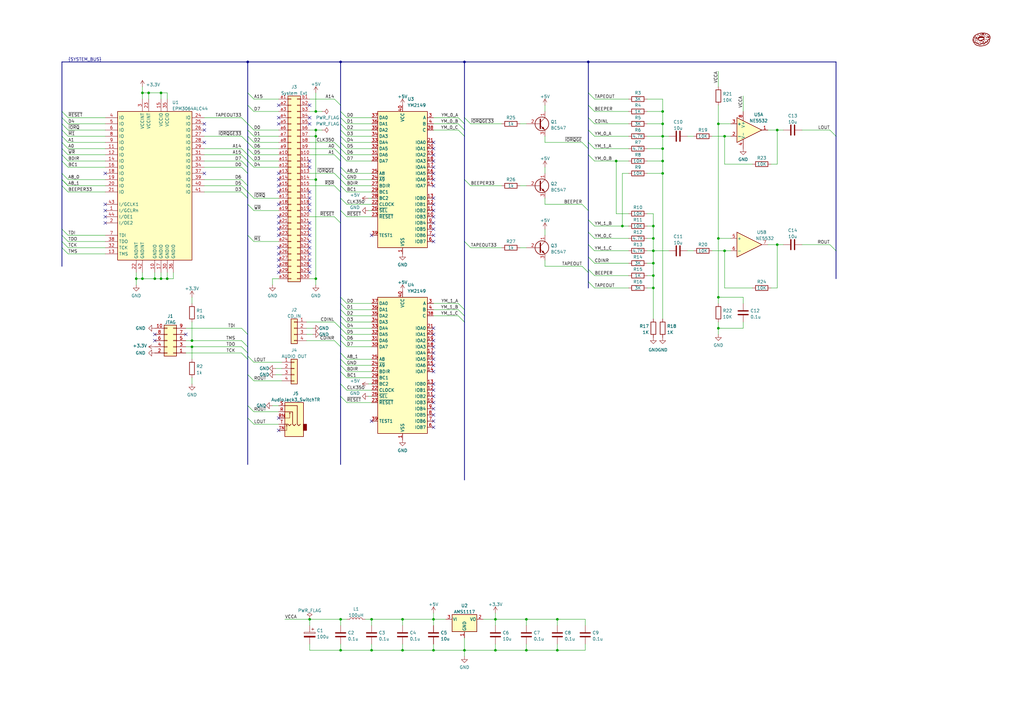
<source format=kicad_sch>
(kicad_sch (version 20211123) (generator eeschema)
  (paper "A3")
  (title_block (title "TurboSound Extension Card EPM3032") (date "2022-10-21") (rev "1.0") (company "ponchick") (comment 1 "Original schematic and firmware by MikhaelK") (comment 2 "https://bitbucket.org/MikhaelK/double_ay_epm3032/src/master/"))
  (bus_alias "SYSTEM_BUS" (members "D[0..7]" "A13" "A15" "~{IORQ}" "~{WR}" "~{M1}" "~{RESET}" "CLK350" "A0" "A1" "~{IORQGE33}" "~{RDR}" "TDI" "TDO" "TCK" "TMS" "BEEPER" "TAPEOUT" "A14" "IOGE_C" "YM_0_A" "YM_0_B" "YM_0_C" "YM_1_A" "YM_1_B" "YM_1_C" "BC1" "BDIR" "A8_0" "A8_1" "BEEPER33" "TAPEOUT33" "~{IORQGE}" "LOUT" "ROUT" "CDINR" "CDINL"))
  (junction (at 129.54 73.66))
  (junction (at 267.97 102.87))
  (junction (at 297.18 55.88))
  (junction (at 190.5 266.7))
  (junction (at 271.78 45.72))
  (junction (at 68.58 114.3))
  (junction (at 129.54 114.3))
  (junction (at 267.97 107.95))
  (junction (at 101.6 25.4))
  (junction (at 55.88 114.3))
  (junction (at 241.3 25.4))
  (junction (at 252.73 66.04))
  (junction (at 294.64 97.79))
  (junction (at 139.7 25.4))
  (junction (at 63.5 114.3))
  (junction (at 228.6 266.7))
  (junction (at 318.77 53.34))
  (junction (at 297.18 102.87))
  (junction (at 139.7 266.7))
  (junction (at 58.42 114.3))
  (junction (at 215.9 266.7))
  (junction (at 127 254))
  (junction (at 152.4 266.7))
  (junction (at 177.8 254))
  (junction (at 58.42 38.1))
  (junction (at 203.2 254))
  (junction (at 255.27 92.71))
  (junction (at 271.78 71.12))
  (junction (at 271.78 66.04))
  (junction (at 267.97 113.03))
  (junction (at 129.54 53.34))
  (junction (at 78.74 139.7))
  (junction (at 228.6 254))
  (junction (at 294.64 50.8))
  (junction (at 60.96 38.1))
  (junction (at 267.97 97.79))
  (junction (at 190.5 25.4))
  (junction (at 271.78 50.8))
  (junction (at 165.1 266.7))
  (junction (at 215.9 254))
  (junction (at 129.54 45.72))
  (junction (at 78.74 142.24))
  (junction (at 271.78 60.96))
  (junction (at 267.97 118.11))
  (junction (at 294.64 134.62))
  (junction (at 203.2 266.7))
  (junction (at 177.8 266.7))
  (junction (at 318.77 100.33))
  (junction (at 294.64 121.92))
  (junction (at 267.97 92.71))
  (junction (at 129.54 55.88))
  (junction (at 271.78 55.88))
  (junction (at 165.1 254))
  (junction (at 66.04 38.1))
  (junction (at 139.7 254))
  (junction (at 66.04 114.3))
  (junction (at 152.4 254))
  (no_connect (at 177.8 147.32))
  (no_connect (at 177.8 142.24))
  (no_connect (at 127 86.36))
  (no_connect (at 63.5 137.16))
  (no_connect (at 177.8 162.56))
  (no_connect (at 177.8 160.02))
  (no_connect (at 177.8 134.62))
  (no_connect (at 114.3 50.8))
  (no_connect (at 83.82 50.8))
  (no_connect (at 177.8 73.66))
  (no_connect (at 127 81.28))
  (no_connect (at 177.8 83.82))
  (no_connect (at 127 43.18))
  (no_connect (at 177.8 137.16))
  (no_connect (at 114.3 43.18))
  (no_connect (at 177.8 172.72))
  (no_connect (at 127 83.82))
  (no_connect (at 114.3 96.52))
  (no_connect (at 177.8 93.98))
  (no_connect (at 43.18 91.44))
  (no_connect (at 43.18 86.36))
  (no_connect (at 43.18 88.9))
  (no_connect (at 177.8 157.48))
  (no_connect (at 83.82 71.12))
  (no_connect (at 83.82 53.34))
  (no_connect (at 83.82 58.42))
  (no_connect (at 177.8 86.36))
  (no_connect (at 177.8 58.42))
  (no_connect (at 127 109.22))
  (no_connect (at 127 93.98))
  (no_connect (at 127 91.44))
  (no_connect (at 127 96.52))
  (no_connect (at 127 99.06))
  (no_connect (at 127 101.6))
  (no_connect (at 127 104.14))
  (no_connect (at 127 106.68))
  (no_connect (at 114.3 109.22))
  (no_connect (at 177.8 149.86))
  (no_connect (at 76.2 137.16))
  (no_connect (at 127 78.74))
  (no_connect (at 114.3 73.66))
  (no_connect (at 114.3 71.12))
  (no_connect (at 114.3 76.2))
  (no_connect (at 114.3 78.74))
  (no_connect (at 114.3 88.9))
  (no_connect (at 177.8 60.96))
  (no_connect (at 114.3 91.44))
  (no_connect (at 114.3 93.98))
  (no_connect (at 114.3 83.82))
  (no_connect (at 177.8 175.26))
  (no_connect (at 177.8 88.9))
  (no_connect (at 177.8 96.52))
  (no_connect (at 114.3 48.26))
  (no_connect (at 152.4 96.52))
  (no_connect (at 152.4 172.72))
  (no_connect (at 127 111.76))
  (no_connect (at 177.8 99.06))
  (no_connect (at 127 50.8))
  (no_connect (at 177.8 170.18))
  (no_connect (at 114.3 171.45))
  (no_connect (at 114.3 176.53))
  (no_connect (at 177.8 165.1))
  (no_connect (at 177.8 91.44))
  (no_connect (at 114.3 106.68))
  (no_connect (at 114.3 101.6))
  (no_connect (at 114.3 104.14))
  (no_connect (at 43.18 71.12))
  (no_connect (at 43.18 83.82))
  (no_connect (at 177.8 63.5))
  (no_connect (at 177.8 144.78))
  (no_connect (at 177.8 81.28))
  (no_connect (at 177.8 68.58))
  (no_connect (at 127 48.26))
  (no_connect (at 177.8 76.2))
  (no_connect (at 63.5 139.7))
  (no_connect (at 127 68.58))
  (no_connect (at 127 66.04))
  (no_connect (at 177.8 66.04))
  (no_connect (at 177.8 139.7))
  (no_connect (at 114.3 111.76))
  (no_connect (at 177.8 152.4))
  (no_connect (at 177.8 71.12))
  (no_connect (at 177.8 167.64))
  (bus_entry (at 142.24 160.02) (size -2.54 -2.54))
  (bus_entry (at 25.4 48.26) (size 2.54 2.54))
  (bus_entry (at 101.6 146.05) (size 2.54 2.54))
  (bus_entry (at 101.6 153.67) (size 2.54 2.54))
  (bus_entry (at 101.6 166.37) (size 2.54 2.54))
  (bus_entry (at 101.6 171.45) (size 2.54 2.54))
  (bus_entry (at 241.3 38.1) (size 2.54 2.54))
  (bus_entry (at 241.3 43.18) (size 2.54 2.54))
  (bus_entry (at 241.3 48.26) (size 2.54 2.54))
  (bus_entry (at 241.3 58.42) (size 2.54 2.54))
  (bus_entry (at 241.3 53.34) (size 2.54 2.54))
  (bus_entry (at 241.3 63.5) (size 2.54 2.54))
  (bus_entry (at 241.3 100.33) (size 2.54 2.54))
  (bus_entry (at 241.3 105.41) (size 2.54 2.54))
  (bus_entry (at 241.3 95.25) (size 2.54 2.54))
  (bus_entry (at 241.3 90.17) (size 2.54 2.54))
  (bus_entry (at 241.3 115.57) (size 2.54 2.54))
  (bus_entry (at 241.3 110.49) (size 2.54 2.54))
  (bus_entry (at 142.24 127) (size -2.54 -2.54))
  (bus_entry (at 142.24 152.4) (size -2.54 -2.54))
  (bus_entry (at 101.6 38.1) (size 2.54 2.54))
  (bus_entry (at 101.6 78.74) (size -2.54 -2.54))
  (bus_entry (at 139.7 73.66) (size 2.54 2.54))
  (bus_entry (at 142.24 124.46) (size -2.54 -2.54))
  (bus_entry (at 142.24 165.1) (size -2.54 -2.54))
  (bus_entry (at 190.5 73.66) (size 2.54 2.54))
  (bus_entry (at 25.4 45.72) (size 2.54 2.54))
  (bus_entry (at 137.16 60.96) (size 2.54 2.54))
  (bus_entry (at 25.4 71.12) (size 2.54 2.54))
  (bus_entry (at 142.24 58.42) (size -2.54 -2.54))
  (bus_entry (at 101.6 83.82) (size 2.54 2.54))
  (bus_entry (at 101.6 81.28) (size -2.54 -2.54))
  (bus_entry (at 238.76 109.22) (size 2.54 2.54))
  (bus_entry (at 25.4 73.66) (size 2.54 2.54))
  (bus_entry (at 101.6 142.24) (size -2.54 -2.54))
  (bus_entry (at 25.4 63.5) (size 2.54 2.54))
  (bus_entry (at 137.16 71.12) (size 2.54 2.54))
  (bus_entry (at 137.16 132.08) (size 2.54 2.54))
  (bus_entry (at 137.16 139.7) (size 2.54 2.54))
  (bus_entry (at 187.96 48.26) (size 2.54 2.54))
  (bus_entry (at 25.4 60.96) (size 2.54 2.54))
  (bus_entry (at 101.6 58.42) (size -2.54 -2.54))
  (bus_entry (at 101.6 76.2) (size -2.54 -2.54))
  (bus_entry (at 25.4 99.06) (size 2.54 2.54))
  (bus_entry (at 137.16 63.5) (size 2.54 2.54))
  (bus_entry (at 238.76 58.42) (size 2.54 2.54))
  (bus_entry (at 137.16 58.42) (size 2.54 2.54))
  (bus_entry (at 190.5 48.26) (size 2.54 2.54))
  (bus_entry (at 101.6 66.04) (size -2.54 -2.54))
  (bus_entry (at 25.4 66.04) (size 2.54 2.54))
  (bus_entry (at 101.6 60.96) (size 2.54 2.54))
  (bus_entry (at 101.6 63.5) (size -2.54 -2.54))
  (bus_entry (at 101.6 78.74) (size 2.54 2.54))
  (bus_entry (at 142.24 129.54) (size -2.54 -2.54))
  (bus_entry (at 25.4 55.88) (size 2.54 2.54))
  (bus_entry (at 25.4 73.66) (size 2.54 2.54))
  (bus_entry (at 142.24 50.8) (size -2.54 -2.54))
  (bus_entry (at 139.7 43.18) (size -2.54 -2.54))
  (bus_entry (at 190.5 99.06) (size 2.54 2.54))
  (bus_entry (at 139.7 76.2) (size 2.54 2.54))
  (bus_entry (at 25.4 58.42) (size 2.54 2.54))
  (bus_entry (at 187.96 124.46) (size 2.54 2.54))
  (bus_entry (at 101.6 147.32) (size -2.54 -2.54))
  (bus_entry (at 187.96 127) (size 2.54 2.54))
  (bus_entry (at 101.6 68.58) (size -2.54 -2.54))
  (bus_entry (at 142.24 53.34) (size -2.54 -2.54))
  (bus_entry (at 101.6 50.8) (size 2.54 2.54))
  (bus_entry (at 187.96 53.34) (size 2.54 2.54))
  (bus_entry (at 142.24 142.24) (size -2.54 -2.54))
  (bus_entry (at 101.6 144.78) (size -2.54 -2.54))
  (bus_entry (at 142.24 154.94) (size -2.54 -2.54))
  (bus_entry (at 139.7 71.12) (size 2.54 2.54))
  (bus_entry (at 142.24 149.86) (size -2.54 -2.54))
  (bus_entry (at 25.4 76.2) (size 2.54 2.54))
  (bus_entry (at 187.96 129.54) (size 2.54 2.54))
  (bus_entry (at 25.4 50.8) (size 2.54 2.54))
  (bus_entry (at 25.4 96.52) (size 2.54 2.54))
  (bus_entry (at 101.6 71.12) (size -2.54 -2.54))
  (bus_entry (at 101.6 66.04) (size 2.54 2.54))
  (bus_entry (at 340.36 100.33) (size 2.54 2.54))
  (bus_entry (at 340.36 53.34) (size 2.54 2.54))
  (bus_entry (at 101.6 63.5) (size 2.54 2.54))
  (bus_entry (at 101.6 58.42) (size 2.54 2.54))
  (bus_entry (at 142.24 60.96) (size -2.54 -2.54))
  (bus_entry (at 142.24 55.88) (size -2.54 -2.54))
  (bus_entry (at 142.24 132.08) (size -2.54 -2.54))
  (bus_entry (at 101.6 137.16) (size -2.54 -2.54))
  (bus_entry (at 101.6 43.18) (size 2.54 2.54))
  (bus_entry (at 101.6 50.8) (size -2.54 -2.54))
  (bus_entry (at 139.7 68.58) (size 2.54 2.54))
  (bus_entry (at 25.4 93.98) (size 2.54 2.54))
  (bus_entry (at 137.16 76.2) (size 2.54 2.54))
  (bus_entry (at 101.6 96.52) (size 2.54 2.54))
  (bus_entry (at 25.4 101.6) (size 2.54 2.54))
  (bus_entry (at 101.6 53.34) (size 2.54 2.54))
  (bus_entry (at 142.24 147.32) (size -2.54 -2.54))
  (bus_entry (at 142.24 134.62) (size -2.54 -2.54))
  (bus_entry (at 142.24 48.26) (size -2.54 -2.54))
  (bus_entry (at 137.16 88.9) (size 2.54 2.54))
  (bus_entry (at 25.4 53.34) (size 2.54 2.54))
  (bus_entry (at 142.24 139.7) (size -2.54 -2.54))
  (bus_entry (at 142.24 63.5) (size -2.54 -2.54))
  (bus_entry (at 139.7 86.36) (size 2.54 2.54))
  (bus_entry (at 101.6 55.88) (size 2.54 2.54))
  (bus_entry (at 238.76 83.82) (size 2.54 2.54))
  (bus_entry (at 142.24 137.16) (size -2.54 -2.54))
  (bus_entry (at 142.24 66.04) (size -2.54 -2.54))
  (bus_entry (at 187.96 50.8) (size 2.54 2.54))
  (bus_entry (at 139.7 81.28) (size 2.54 2.54))
  (wire (pts (xy 71.12 111.76) (xy 71.12 114.3)))
  (wire (pts (xy 265.43 118.11) (xy 267.97 118.11)))
  (wire (pts (xy 292.1 55.88) (xy 297.18 55.88)))
  (bus (pts (xy 25.4 101.6) (xy 25.4 109.22)))
  (wire (pts (xy 152.4 266.7) (xy 152.4 264.16)))
  (bus (pts (xy 101.6 60.96) (xy 101.6 63.5)))
  (wire (pts (xy 142.24 165.1) (xy 152.4 165.1)))
  (wire (pts (xy 27.94 76.2) (xy 43.18 76.2)))
  (bus (pts (xy 139.7 25.4) (xy 139.7 43.18)))
  (wire (pts (xy 63.5 114.3) (xy 58.42 114.3)))
  (bus (pts (xy 101.6 147.32) (xy 101.6 153.67)))
  (bus (pts (xy 241.3 48.26) (xy 241.3 53.34)))
  (wire (pts (xy 267.97 92.71) (xy 267.97 97.79)))
  (wire (pts (xy 78.74 157.48) (xy 78.74 154.94)))
  (bus (pts (xy 25.4 76.2) (xy 25.4 93.98)))
  (bus (pts (xy 101.6 63.5) (xy 101.6 66.04)))
  (wire (pts (xy 177.8 129.54) (xy 187.96 129.54)))
  (wire (pts (xy 27.94 66.04) (xy 43.18 66.04)))
  (wire (pts (xy 318.77 118.11) (xy 318.77 100.33)))
  (bus (pts (xy 190.5 55.88) (xy 190.5 73.66)))
  (wire (pts (xy 142.24 88.9) (xy 152.4 88.9)))
  (wire (pts (xy 203.2 266.7) (xy 190.5 266.7)))
  (wire (pts (xy 99.06 63.5) (xy 83.82 63.5)))
  (bus (pts (xy 101.6 144.78) (xy 101.6 146.05)))
  (wire (pts (xy 252.73 66.04) (xy 243.84 66.04)))
  (wire (pts (xy 129.54 53.34) (xy 129.54 55.88)))
  (wire (pts (xy 68.58 40.64) (xy 68.58 38.1)))
  (bus (pts (xy 139.7 86.36) (xy 139.7 91.44)))
  (bus (pts (xy 25.4 53.34) (xy 25.4 50.8)))
  (wire (pts (xy 142.24 147.32) (xy 152.4 147.32)))
  (wire (pts (xy 125.73 132.08) (xy 137.16 132.08)))
  (wire (pts (xy 215.9 254) (xy 228.6 254)))
  (wire (pts (xy 115.57 148.59) (xy 104.14 148.59)))
  (wire (pts (xy 142.24 76.2) (xy 152.4 76.2)))
  (wire (pts (xy 243.84 40.64) (xy 257.81 40.64)))
  (wire (pts (xy 294.64 97.79) (xy 294.64 50.8)))
  (bus (pts (xy 139.7 134.62) (xy 139.7 137.16)))
  (bus (pts (xy 139.7 132.08) (xy 139.7 134.62)))
  (wire (pts (xy 127 254) (xy 127 256.54)))
  (wire (pts (xy 193.04 50.8) (xy 205.74 50.8)))
  (wire (pts (xy 265.43 107.95) (xy 267.97 107.95)))
  (wire (pts (xy 215.9 254) (xy 215.9 256.54)))
  (wire (pts (xy 223.52 55.88) (xy 223.52 58.42)))
  (bus (pts (xy 241.3 95.25) (xy 241.3 100.33)))
  (bus (pts (xy 101.6 76.2) (xy 101.6 78.74)))
  (wire (pts (xy 252.73 87.63) (xy 252.73 66.04)))
  (wire (pts (xy 165.1 266.7) (xy 165.1 264.16)))
  (wire (pts (xy 129.54 38.1) (xy 129.54 45.72)))
  (wire (pts (xy 203.2 266.7) (xy 215.9 266.7)))
  (wire (pts (xy 114.3 63.5) (xy 104.14 63.5)))
  (wire (pts (xy 177.8 127) (xy 187.96 127)))
  (bus (pts (xy 101.6 146.05) (xy 101.6 147.32)))
  (wire (pts (xy 142.24 149.86) (xy 152.4 149.86)))
  (wire (pts (xy 142.24 137.16) (xy 152.4 137.16)))
  (wire (pts (xy 193.04 76.2) (xy 205.74 76.2)))
  (wire (pts (xy 265.43 66.04) (xy 271.78 66.04)))
  (wire (pts (xy 271.78 55.88) (xy 271.78 50.8)))
  (bus (pts (xy 139.7 63.5) (xy 139.7 66.04)))
  (wire (pts (xy 228.6 254) (xy 240.03 254)))
  (wire (pts (xy 99.06 68.58) (xy 83.82 68.58)))
  (wire (pts (xy 99.06 134.62) (xy 76.2 134.62)))
  (wire (pts (xy 127 114.3) (xy 129.54 114.3)))
  (wire (pts (xy 294.64 132.08) (xy 294.64 134.62)))
  (wire (pts (xy 243.84 107.95) (xy 257.81 107.95)))
  (bus (pts (xy 190.5 48.26) (xy 190.5 50.8)))
  (bus (pts (xy 101.6 58.42) (xy 101.6 60.96)))
  (bus (pts (xy 139.7 25.4) (xy 190.5 25.4)))
  (wire (pts (xy 78.74 121.92) (xy 78.74 124.46)))
  (wire (pts (xy 304.8 39.37) (xy 304.8 45.72)))
  (wire (pts (xy 265.43 113.03) (xy 267.97 113.03)))
  (wire (pts (xy 271.78 60.96) (xy 271.78 66.04)))
  (bus (pts (xy 139.7 91.44) (xy 139.7 121.92)))
  (wire (pts (xy 223.52 58.42) (xy 238.76 58.42)))
  (bus (pts (xy 139.7 129.54) (xy 139.7 132.08)))
  (bus (pts (xy 139.7 58.42) (xy 139.7 60.96)))
  (wire (pts (xy 215.9 266.7) (xy 228.6 266.7)))
  (bus (pts (xy 241.3 90.17) (xy 241.3 95.25)))
  (wire (pts (xy 142.24 73.66) (xy 152.4 73.66)))
  (bus (pts (xy 25.4 60.96) (xy 25.4 58.42)))
  (bus (pts (xy 25.4 93.98) (xy 25.4 96.52)))
  (bus (pts (xy 139.7 73.66) (xy 139.7 76.2)))
  (wire (pts (xy 78.74 142.24) (xy 78.74 147.32)))
  (wire (pts (xy 111.76 114.3) (xy 111.76 116.84)))
  (wire (pts (xy 99.06 144.78) (xy 76.2 144.78)))
  (bus (pts (xy 241.3 60.96) (xy 241.3 63.5)))
  (wire (pts (xy 111.76 166.37) (xy 114.3 166.37)))
  (wire (pts (xy 281.94 102.87) (xy 284.48 102.87)))
  (wire (pts (xy 265.43 50.8) (xy 271.78 50.8)))
  (wire (pts (xy 177.8 50.8) (xy 187.96 50.8)))
  (wire (pts (xy 297.18 67.31) (xy 297.18 55.88)))
  (wire (pts (xy 132.08 45.72) (xy 129.54 45.72)))
  (bus (pts (xy 139.7 43.18) (xy 139.7 45.72)))
  (bus (pts (xy 139.7 76.2) (xy 139.7 78.74)))
  (wire (pts (xy 127 63.5) (xy 137.16 63.5)))
  (bus (pts (xy 241.3 25.4) (xy 241.3 38.1)))
  (wire (pts (xy 127 55.88) (xy 129.54 55.88)))
  (bus (pts (xy 241.3 43.18) (xy 241.3 48.26)))
  (wire (pts (xy 27.94 50.8) (xy 43.18 50.8)))
  (wire (pts (xy 27.94 101.6) (xy 43.18 101.6)))
  (wire (pts (xy 27.94 60.96) (xy 43.18 60.96)))
  (wire (pts (xy 58.42 114.3) (xy 55.88 114.3)))
  (bus (pts (xy 139.7 60.96) (xy 139.7 63.5)))
  (wire (pts (xy 151.13 162.56) (xy 152.4 162.56)))
  (bus (pts (xy 101.6 38.1) (xy 101.6 43.18)))
  (wire (pts (xy 127 73.66) (xy 129.54 73.66)))
  (bus (pts (xy 139.7 157.48) (xy 139.7 162.56)))
  (wire (pts (xy 243.84 50.8) (xy 257.81 50.8)))
  (wire (pts (xy 243.84 97.79) (xy 257.81 97.79)))
  (wire (pts (xy 60.96 38.1) (xy 58.42 38.1)))
  (bus (pts (xy 101.6 137.16) (xy 101.6 142.24)))
  (bus (pts (xy 190.5 25.4) (xy 241.3 25.4)))
  (bus (pts (xy 139.7 55.88) (xy 139.7 58.42)))
  (wire (pts (xy 223.52 106.68) (xy 223.52 109.22)))
  (wire (pts (xy 243.84 113.03) (xy 257.81 113.03)))
  (wire (pts (xy 267.97 102.87) (xy 274.32 102.87)))
  (wire (pts (xy 294.64 121.92) (xy 294.64 124.46)))
  (wire (pts (xy 27.94 99.06) (xy 43.18 99.06)))
  (wire (pts (xy 294.64 97.79) (xy 294.64 121.92)))
  (wire (pts (xy 113.03 151.13) (xy 115.57 151.13)))
  (wire (pts (xy 316.23 118.11) (xy 318.77 118.11)))
  (wire (pts (xy 265.43 55.88) (xy 271.78 55.88)))
  (bus (pts (xy 139.7 68.58) (xy 139.7 71.12)))
  (wire (pts (xy 152.4 254) (xy 165.1 254)))
  (bus (pts (xy 139.7 71.12) (xy 139.7 73.66)))
  (wire (pts (xy 165.1 254) (xy 165.1 256.54)))
  (wire (pts (xy 127 60.96) (xy 137.16 60.96)))
  (wire (pts (xy 27.94 55.88) (xy 43.18 55.88)))
  (bus (pts (xy 25.4 66.04) (xy 25.4 71.12)))
  (bus (pts (xy 241.3 111.76) (xy 241.3 110.49)))
  (wire (pts (xy 318.77 67.31) (xy 318.77 53.34)))
  (wire (pts (xy 78.74 142.24) (xy 76.2 142.24)))
  (wire (pts (xy 142.24 139.7) (xy 152.4 139.7)))
  (wire (pts (xy 265.43 45.72) (xy 271.78 45.72)))
  (wire (pts (xy 142.24 83.82) (xy 152.4 83.82)))
  (wire (pts (xy 152.4 266.7) (xy 165.1 266.7)))
  (wire (pts (xy 142.24 66.04) (xy 152.4 66.04)))
  (wire (pts (xy 177.8 53.34) (xy 187.96 53.34)))
  (wire (pts (xy 27.94 78.74) (xy 43.18 78.74)))
  (wire (pts (xy 265.43 92.71) (xy 267.97 92.71)))
  (wire (pts (xy 281.94 55.88) (xy 284.48 55.88)))
  (wire (pts (xy 66.04 111.76) (xy 66.04 114.3)))
  (wire (pts (xy 129.54 114.3) (xy 129.54 116.84)))
  (wire (pts (xy 99.06 139.7) (xy 78.74 139.7)))
  (bus (pts (xy 241.3 111.76) (xy 241.3 115.57)))
  (wire (pts (xy 223.52 83.82) (xy 238.76 83.82)))
  (wire (pts (xy 213.36 76.2) (xy 215.9 76.2)))
  (wire (pts (xy 127 76.2) (xy 137.16 76.2)))
  (bus (pts (xy 101.6 153.67) (xy 101.6 166.37)))
  (wire (pts (xy 66.04 114.3) (xy 63.5 114.3)))
  (wire (pts (xy 27.94 53.34) (xy 43.18 53.34)))
  (wire (pts (xy 223.52 81.28) (xy 223.52 83.82)))
  (bus (pts (xy 190.5 73.66) (xy 190.5 99.06)))
  (bus (pts (xy 25.4 45.72) (xy 25.4 25.4)))
  (bus (pts (xy 139.7 152.4) (xy 139.7 157.48)))
  (bus (pts (xy 139.7 48.26) (xy 139.7 50.8)))
  (wire (pts (xy 114.3 53.34) (xy 104.14 53.34)))
  (bus (pts (xy 241.3 105.41) (xy 241.3 110.49)))
  (bus (pts (xy 241.3 25.4) (xy 342.9 25.4)))
  (bus (pts (xy 241.3 115.57) (xy 241.3 118.11)))
  (wire (pts (xy 151.13 86.36) (xy 152.4 86.36)))
  (bus (pts (xy 139.7 78.74) (xy 139.7 81.28)))
  (wire (pts (xy 114.3 81.28) (xy 104.14 81.28)))
  (wire (pts (xy 265.43 97.79) (xy 267.97 97.79)))
  (bus (pts (xy 101.6 81.28) (xy 101.6 83.82)))
  (wire (pts (xy 115.57 156.21) (xy 104.14 156.21)))
  (wire (pts (xy 78.74 139.7) (xy 76.2 139.7)))
  (bus (pts (xy 342.9 55.88) (xy 342.9 102.87)))
  (wire (pts (xy 113.03 153.67) (xy 115.57 153.67)))
  (wire (pts (xy 297.18 118.11) (xy 308.61 118.11)))
  (wire (pts (xy 243.84 102.87) (xy 257.81 102.87)))
  (wire (pts (xy 99.06 55.88) (xy 83.82 55.88)))
  (wire (pts (xy 292.1 102.87) (xy 297.18 102.87)))
  (wire (pts (xy 297.18 67.31) (xy 308.61 67.31)))
  (wire (pts (xy 265.43 71.12) (xy 271.78 71.12)))
  (bus (pts (xy 25.4 73.66) (xy 25.4 71.12)))
  (wire (pts (xy 294.64 50.8) (xy 299.72 50.8)))
  (bus (pts (xy 139.7 124.46) (xy 139.7 127)))
  (wire (pts (xy 165.1 254) (xy 177.8 254)))
  (wire (pts (xy 99.06 78.74) (xy 83.82 78.74)))
  (wire (pts (xy 243.84 118.11) (xy 257.81 118.11)))
  (wire (pts (xy 299.72 55.88) (xy 297.18 55.88)))
  (wire (pts (xy 114.3 55.88) (xy 104.14 55.88)))
  (wire (pts (xy 139.7 254) (xy 142.24 254)))
  (wire (pts (xy 177.8 124.46) (xy 187.96 124.46)))
  (bus (pts (xy 139.7 144.78) (xy 139.7 147.32)))
  (bus (pts (xy 139.7 127) (xy 139.7 129.54)))
  (wire (pts (xy 151.13 81.28) (xy 152.4 81.28)))
  (wire (pts (xy 27.94 73.66) (xy 43.18 73.66)))
  (wire (pts (xy 99.06 142.24) (xy 78.74 142.24)))
  (wire (pts (xy 223.52 93.98) (xy 223.52 96.52)))
  (wire (pts (xy 27.94 48.26) (xy 43.18 48.26)))
  (wire (pts (xy 316.23 67.31) (xy 318.77 67.31)))
  (wire (pts (xy 142.24 50.8) (xy 152.4 50.8)))
  (bus (pts (xy 25.4 96.52) (xy 25.4 99.06)))
  (wire (pts (xy 78.74 132.08) (xy 78.74 139.7)))
  (wire (pts (xy 142.24 53.34) (xy 152.4 53.34)))
  (bus (pts (xy 139.7 50.8) (xy 139.7 53.34)))
  (wire (pts (xy 328.93 53.34) (xy 340.36 53.34)))
  (wire (pts (xy 114.3 66.04) (xy 104.14 66.04)))
  (wire (pts (xy 114.3 68.58) (xy 104.14 68.58)))
  (wire (pts (xy 142.24 63.5) (xy 152.4 63.5)))
  (wire (pts (xy 203.2 264.16) (xy 203.2 266.7)))
  (bus (pts (xy 190.5 53.34) (xy 190.5 55.88)))
  (wire (pts (xy 139.7 266.7) (xy 152.4 266.7)))
  (wire (pts (xy 142.24 142.24) (xy 152.4 142.24)))
  (wire (pts (xy 58.42 38.1) (xy 58.42 40.64)))
  (bus (pts (xy 139.7 142.24) (xy 139.7 144.78)))
  (wire (pts (xy 203.2 254) (xy 215.9 254)))
  (bus (pts (xy 241.3 38.1) (xy 241.3 43.18)))
  (wire (pts (xy 114.3 58.42) (xy 104.14 58.42)))
  (wire (pts (xy 71.12 114.3) (xy 68.58 114.3)))
  (wire (pts (xy 177.8 266.7) (xy 190.5 266.7)))
  (wire (pts (xy 142.24 78.74) (xy 152.4 78.74)))
  (bus (pts (xy 190.5 50.8) (xy 190.5 53.34)))
  (wire (pts (xy 243.84 92.71) (xy 255.27 92.71)))
  (wire (pts (xy 294.64 29.21) (xy 294.64 35.56)))
  (bus (pts (xy 25.4 50.8) (xy 25.4 48.26)))
  (wire (pts (xy 142.24 127) (xy 152.4 127)))
  (bus (pts (xy 25.4 55.88) (xy 25.4 53.34)))
  (wire (pts (xy 267.97 102.87) (xy 267.97 107.95)))
  (bus (pts (xy 241.3 58.42) (xy 241.3 60.96)))
  (wire (pts (xy 60.96 38.1) (xy 60.96 40.64)))
  (bus (pts (xy 342.9 25.4) (xy 342.9 55.88)))
  (bus (pts (xy 101.6 55.88) (xy 101.6 58.42)))
  (bus (pts (xy 101.6 166.37) (xy 101.6 171.45)))
  (bus (pts (xy 190.5 129.54) (xy 190.5 132.08)))
  (wire (pts (xy 142.24 160.02) (xy 152.4 160.02)))
  (bus (pts (xy 139.7 137.16) (xy 139.7 139.7)))
  (wire (pts (xy 304.8 121.92) (xy 304.8 124.46)))
  (wire (pts (xy 142.24 134.62) (xy 152.4 134.62)))
  (wire (pts (xy 68.58 111.76) (xy 68.58 114.3)))
  (bus (pts (xy 139.7 81.28) (xy 139.7 86.36)))
  (wire (pts (xy 127 40.64) (xy 137.16 40.64)))
  (wire (pts (xy 142.24 48.26) (xy 152.4 48.26)))
  (wire (pts (xy 203.2 256.54) (xy 203.2 254)))
  (wire (pts (xy 139.7 254) (xy 139.7 256.54)))
  (wire (pts (xy 267.97 97.79) (xy 267.97 102.87)))
  (wire (pts (xy 271.78 55.88) (xy 271.78 60.96)))
  (wire (pts (xy 240.03 266.7) (xy 240.03 264.16)))
  (wire (pts (xy 142.24 124.46) (xy 152.4 124.46)))
  (wire (pts (xy 177.8 264.16) (xy 177.8 266.7)))
  (wire (pts (xy 116.84 254) (xy 127 254)))
  (wire (pts (xy 223.52 109.22) (xy 238.76 109.22)))
  (wire (pts (xy 294.64 121.92) (xy 304.8 121.92)))
  (wire (pts (xy 318.77 100.33) (xy 321.31 100.33)))
  (wire (pts (xy 114.3 86.36) (xy 104.14 86.36)))
  (bus (pts (xy 241.3 100.33) (xy 241.3 105.41)))
  (wire (pts (xy 265.43 60.96) (xy 271.78 60.96)))
  (wire (pts (xy 267.97 107.95) (xy 267.97 113.03)))
  (bus (pts (xy 25.4 48.26) (xy 25.4 45.72)))
  (wire (pts (xy 151.13 157.48) (xy 152.4 157.48)))
  (bus (pts (xy 25.4 25.4) (xy 101.6 25.4)))
  (bus (pts (xy 101.6 78.74) (xy 101.6 81.28)))
  (wire (pts (xy 27.94 104.14) (xy 43.18 104.14)))
  (wire (pts (xy 203.2 254) (xy 198.12 254)))
  (wire (pts (xy 99.06 60.96) (xy 83.82 60.96)))
  (wire (pts (xy 66.04 38.1) (xy 60.96 38.1)))
  (bus (pts (xy 101.6 50.8) (xy 101.6 53.34)))
  (wire (pts (xy 294.64 137.16) (xy 294.64 134.62)))
  (wire (pts (xy 27.94 68.58) (xy 43.18 68.58)))
  (bus (pts (xy 101.6 25.4) (xy 139.7 25.4)))
  (bus (pts (xy 101.6 71.12) (xy 101.6 76.2)))
  (wire (pts (xy 142.24 152.4) (xy 152.4 152.4)))
  (wire (pts (xy 114.3 40.64) (xy 104.14 40.64)))
  (wire (pts (xy 213.36 50.8) (xy 215.9 50.8)))
  (wire (pts (xy 314.96 53.34) (xy 318.77 53.34)))
  (wire (pts (xy 215.9 266.7) (xy 215.9 264.16)))
  (wire (pts (xy 127 45.72) (xy 129.54 45.72)))
  (bus (pts (xy 101.6 171.45) (xy 101.6 190.5)))
  (wire (pts (xy 271.78 66.04) (xy 271.78 71.12)))
  (wire (pts (xy 142.24 132.08) (xy 152.4 132.08)))
  (bus (pts (xy 101.6 25.4) (xy 101.6 38.1)))
  (bus (pts (xy 190.5 25.4) (xy 190.5 48.26)))
  (bus (pts (xy 25.4 63.5) (xy 25.4 60.96)))
  (bus (pts (xy 241.3 86.36) (xy 241.3 90.17)))
  (bus (pts (xy 241.3 63.5) (xy 241.3 86.36)))
  (wire (pts (xy 177.8 251.46) (xy 177.8 254)))
  (wire (pts (xy 132.08 53.34) (xy 129.54 53.34)))
  (bus (pts (xy 190.5 127) (xy 190.5 129.54)))
  (wire (pts (xy 265.43 40.64) (xy 271.78 40.64)))
  (wire (pts (xy 228.6 254) (xy 228.6 256.54)))
  (bus (pts (xy 25.4 76.2) (xy 25.4 73.66)))
  (wire (pts (xy 58.42 111.76) (xy 58.42 114.3)))
  (wire (pts (xy 142.24 154.94) (xy 152.4 154.94)))
  (bus (pts (xy 101.6 96.52) (xy 101.6 137.16)))
  (wire (pts (xy 129.54 73.66) (xy 129.54 114.3)))
  (wire (pts (xy 129.54 55.88) (xy 129.54 73.66)))
  (wire (pts (xy 127 254) (xy 139.7 254)))
  (bus (pts (xy 101.6 83.82) (xy 101.6 96.52)))
  (bus (pts (xy 139.7 162.56) (xy 139.7 190.5)))
  (wire (pts (xy 314.96 100.33) (xy 318.77 100.33)))
  (wire (pts (xy 127 71.12) (xy 137.16 71.12)))
  (wire (pts (xy 318.77 53.34) (xy 321.31 53.34)))
  (wire (pts (xy 99.06 48.26) (xy 83.82 48.26)))
  (bus (pts (xy 241.3 53.34) (xy 241.3 58.42)))
  (wire (pts (xy 257.81 87.63) (xy 252.73 87.63)))
  (wire (pts (xy 127 266.7) (xy 139.7 266.7)))
  (wire (pts (xy 125.73 139.7) (xy 137.16 139.7)))
  (wire (pts (xy 267.97 118.11) (xy 267.97 130.81)))
  (wire (pts (xy 297.18 118.11) (xy 297.18 102.87)))
  (wire (pts (xy 304.8 132.08) (xy 304.8 134.62)))
  (bus (pts (xy 25.4 99.06) (xy 25.4 101.6)))
  (wire (pts (xy 243.84 45.72) (xy 257.81 45.72)))
  (wire (pts (xy 255.27 71.12) (xy 257.81 71.12)))
  (bus (pts (xy 139.7 139.7) (xy 139.7 142.24)))
  (wire (pts (xy 27.94 96.52) (xy 43.18 96.52)))
  (bus (pts (xy 139.7 149.86) (xy 139.7 152.4)))
  (bus (pts (xy 101.6 68.58) (xy 101.6 71.12)))
  (wire (pts (xy 114.3 114.3) (xy 111.76 114.3)))
  (wire (pts (xy 27.94 63.5) (xy 43.18 63.5)))
  (wire (pts (xy 139.7 266.7) (xy 139.7 264.16)))
  (wire (pts (xy 271.78 55.88) (xy 274.32 55.88)))
  (wire (pts (xy 271.78 45.72) (xy 271.78 40.64)))
  (wire (pts (xy 142.24 129.54) (xy 152.4 129.54)))
  (wire (pts (xy 114.3 60.96) (xy 104.14 60.96)))
  (bus (pts (xy 25.4 66.04) (xy 25.4 63.5)))
  (wire (pts (xy 252.73 66.04) (xy 257.81 66.04)))
  (bus (pts (xy 25.4 58.42) (xy 25.4 55.88)))
  (bus (pts (xy 139.7 66.04) (xy 139.7 68.58)))
  (bus (pts (xy 139.7 147.32) (xy 139.7 149.86)))
  (wire (pts (xy 177.8 256.54) (xy 177.8 254)))
  (wire (pts (xy 149.86 254) (xy 152.4 254)))
  (wire (pts (xy 190.5 266.7) (xy 190.5 269.24)))
  (bus (pts (xy 139.7 45.72) (xy 139.7 48.26)))
  (wire (pts (xy 257.81 92.71) (xy 255.27 92.71)))
  (wire (pts (xy 223.52 68.58) (xy 223.52 71.12)))
  (wire (pts (xy 127 88.9) (xy 137.16 88.9)))
  (wire (pts (xy 55.88 111.76) (xy 55.88 114.3)))
  (wire (pts (xy 99.06 66.04) (xy 83.82 66.04)))
  (bus (pts (xy 101.6 43.18) (xy 101.6 50.8)))
  (wire (pts (xy 243.84 60.96) (xy 257.81 60.96)))
  (bus (pts (xy 101.6 66.04) (xy 101.6 68.58)))
  (wire (pts (xy 328.93 100.33) (xy 340.36 100.33)))
  (wire (pts (xy 299.72 102.87) (xy 297.18 102.87)))
  (wire (pts (xy 142.24 71.12) (xy 152.4 71.12)))
  (wire (pts (xy 294.64 134.62) (xy 304.8 134.62)))
  (wire (pts (xy 265.43 102.87) (xy 267.97 102.87)))
  (wire (pts (xy 240.03 254) (xy 240.03 256.54)))
  (bus (pts (xy 190.5 132.08) (xy 190.5 196.85)))
  (wire (pts (xy 128.27 137.16) (xy 125.73 137.16)))
  (wire (pts (xy 152.4 254) (xy 152.4 256.54)))
  (bus (pts (xy 101.6 53.34) (xy 101.6 55.88)))
  (wire (pts (xy 223.52 43.18) (xy 223.52 45.72)))
  (bus (pts (xy 101.6 142.24) (xy 101.6 144.78)))
  (wire (pts (xy 213.36 101.6) (xy 215.9 101.6)))
  (wire (pts (xy 142.24 60.96) (xy 152.4 60.96)))
  (wire (pts (xy 68.58 38.1) (xy 66.04 38.1)))
  (bus (pts (xy 139.7 53.34) (xy 139.7 55.88)))
  (wire (pts (xy 127 264.16) (xy 127 266.7)))
  (wire (pts (xy 243.84 55.88) (xy 257.81 55.88)))
  (wire (pts (xy 114.3 168.91) (xy 104.14 168.91)))
  (wire (pts (xy 294.64 97.79) (xy 299.72 97.79)))
  (wire (pts (xy 203.2 251.46) (xy 203.2 254)))
  (wire (pts (xy 228.6 266.7) (xy 228.6 264.16)))
  (wire (pts (xy 165.1 266.7) (xy 177.8 266.7)))
  (wire (pts (xy 99.06 73.66) (xy 83.82 73.66)))
  (wire (pts (xy 177.8 254) (xy 182.88 254)))
  (wire (pts (xy 142.24 55.88) (xy 152.4 55.88)))
  (wire (pts (xy 66.04 38.1) (xy 66.04 40.64)))
  (wire (pts (xy 58.42 35.56) (xy 58.42 38.1)))
  (wire (pts (xy 228.6 266.7) (xy 240.03 266.7)))
  (wire (pts (xy 27.94 58.42) (xy 43.18 58.42)))
  (wire (pts (xy 142.24 58.42) (xy 152.4 58.42)))
  (wire (pts (xy 267.97 87.63) (xy 265.43 87.63)))
  (wire (pts (xy 114.3 173.99) (xy 104.14 173.99)))
  (wire (pts (xy 55.88 114.3) (xy 55.88 116.84)))
  (wire (pts (xy 128.27 134.62) (xy 125.73 134.62)))
  (wire (pts (xy 127 53.34) (xy 129.54 53.34)))
  (wire (pts (xy 193.04 101.6) (xy 205.74 101.6)))
  (bus (pts (xy 342.9 102.87) (xy 342.9 114.3)))
  (bus (pts (xy 139.7 121.92) (xy 139.7 124.46)))
  (wire (pts (xy 267.97 113.03) (xy 267.97 118.11)))
  (wire (pts (xy 177.8 48.26) (xy 187.96 48.26)))
  (wire (pts (xy 190.5 261.62) (xy 190.5 266.7)))
  (wire (pts (xy 68.58 114.3) (xy 66.04 114.3)))
  (wire (pts (xy 127 58.42) (xy 137.16 58.42)))
  (bus (pts (xy 190.5 99.06) (xy 190.5 127)))
  (wire (pts (xy 114.3 45.72) (xy 104.14 45.72)))
  (wire (pts (xy 99.06 76.2) (xy 83.82 76.2)))
  (wire (pts (xy 267.97 87.63) (xy 267.97 92.71)))
  (wire (pts (xy 255.27 71.12) (xy 255.27 92.71)))
  (wire (pts (xy 294.64 43.18) (xy 294.64 50.8)))
  (wire (pts (xy 114.3 99.06) (xy 104.14 99.06)))
  (wire (pts (xy 63.5 111.76) (xy 63.5 114.3)))
  (wire (pts (xy 271.78 71.12) (xy 271.78 130.81)))
  (wire (pts (xy 271.78 50.8) (xy 271.78 45.72)))
  (label "LOUT" (at 104.14 173.99 0))
  (label "D6" (at 99.06 73.66 180))
  (label "~{RESET}" (at 27.94 48.26 0))
  (label "TDO" (at 96.52 142.24 180))
  (label "~{M1}" (at 104.14 99.06 0))
  (label "CLK350" (at 142.24 83.82 0))
  (label "CLK350" (at 137.16 58.42 180))
  (label "D0" (at 142.24 124.46 0))
  (label "YM_1_C" (at 243.84 102.87 0))
  (label "D4" (at 27.94 50.8 0))
  (label "~{IORQ}" (at 27.94 53.34 0))
  (label "A1" (at 27.94 58.42 0))
  (label "D1" (at 104.14 55.88 0))
  (label "A15" (at 99.06 63.5 180))
  (label "BC1" (at 142.24 78.74 0))
  (label "TDI" (at 27.94 96.52 0))
  (label "~{WR}" (at 104.14 86.36 0))
  (label "CLK350" (at 142.24 160.02 0))
  (label "D2" (at 104.14 58.42 0))
  (label "~{RESET}" (at 142.24 88.9 0))
  (label "A8_1" (at 142.24 147.32 0))
  (label "A14" (at 137.16 40.64 180))
  (label "D6" (at 142.24 139.7 0))
  (label "D7" (at 104.14 45.72 0))
  (label "TCK" (at 96.52 144.78 180))
  (label "D0" (at 99.06 68.58 180))
  (label "~{IORQGE33}" (at 99.06 55.88 180))
  (label "BEEPER" (at 243.84 113.03 0))
  (label "BDIR" (at 142.24 152.4 0))
  (label "YM_0_C" (at 187.96 53.34 180))
  (label "BC1" (at 142.24 154.94 0))
  (label "D5" (at 99.06 76.2 180))
  (label "VCCA" (at 294.64 29.21 270))
  (label "A0" (at 137.16 60.96 180))
  (label "YM_1_A" (at 243.84 60.96 0))
  (label "YM_1_B" (at 187.96 127 180))
  (label "D3" (at 104.14 66.04 0))
  (label "D5" (at 104.14 63.5 0))
  (label "D4" (at 104.14 68.58 0))
  (label "D5" (at 142.24 60.96 0))
  (label "D5" (at 142.24 137.16 0))
  (label "TMS" (at 96.52 139.7 180))
  (label "D3" (at 99.06 78.74 180))
  (label "ROUT" (at 340.36 100.33 180))
  (label "D0" (at 104.14 53.34 0))
  (label "A15" (at 104.14 40.64 0))
  (label "~{WR}" (at 27.94 63.5 0))
  (label "LOUT" (at 340.36 53.34 180))
  (label "~{RDR}" (at 137.16 76.2 180))
  (label "~{M1}" (at 27.94 55.88 0))
  (label "YM_0_B" (at 243.84 66.04 0))
  (label "TDI" (at 96.52 134.62 180))
  (label "YM_0_A" (at 187.96 48.26 180))
  (label "D3" (at 142.24 55.88 0))
  (label "BEEPER33" (at 27.94 78.74 0))
  (label "YM_0_B" (at 187.96 50.8 180))
  (label "D7" (at 99.06 66.04 180))
  (label "GND" (at 142.24 149.86 0))
  (label "D0" (at 142.24 48.26 0))
  (label "D6" (at 142.24 63.5 0))
  (label "A8_0" (at 142.24 71.12 0))
  (label "D4" (at 142.24 58.42 0))
  (label "GND" (at 142.24 73.66 0))
  (label "~{IORQGE}" (at 238.76 58.42 180))
  (label "D4" (at 142.24 134.62 0))
  (label "A8_1" (at 27.94 76.2 0))
  (label "A0" (at 27.94 60.96 0))
  (label "D7" (at 142.24 66.04 0))
  (label "A8_0" (at 27.94 73.66 0))
  (label "TMS" (at 27.94 104.14 0))
  (label "BEEPER33" (at 193.04 76.2 0))
  (label "~{IORQGE}" (at 137.16 71.12 180))
  (label "D1" (at 142.24 50.8 0))
  (label "ROUT" (at 104.14 168.91 0))
  (label "YM_1_C" (at 187.96 129.54 180))
  (label "D3" (at 142.24 132.08 0))
  (label "TAPEOUT" (at 243.84 118.11 0))
  (label "TAPEOUT33" (at 99.06 48.26 180))
  (label "BEEPER" (at 238.76 83.82 180))
  (label "D6" (at 104.14 60.96 0))
  (label "BDIR" (at 27.94 66.04 0))
  (label "D7" (at 142.24 142.24 0))
  (label "{SYSTEM_BUS}" (at 27.94 25.4 0))
  (label "BDIR" (at 142.24 76.2 0))
  (label "CDINL" (at 243.84 50.8 0))
  (label "D2" (at 142.24 129.54 0))
  (label "D1" (at 142.24 127 0))
  (label "LOUT" (at 104.14 148.59 0))
  (label "D2" (at 142.24 53.34 0))
  (label "VCCA" (at 304.8 39.37 270))
  (label "BC1" (at 27.94 68.58 0))
  (label "~{IORQ}" (at 104.14 81.28 0))
  (label "~{RESET}" (at 142.24 165.1 0))
  (label "YM_0_C" (at 243.84 97.79 0))
  (label "ROUT" (at 104.14 156.21 0))
  (label "CDINR" (at 243.84 107.95 0))
  (label "TDO" (at 27.94 99.06 0))
  (label "YM_1_A" (at 187.96 124.46 180))
  (label "CDINR" (at 137.16 139.7 180))
  (label "A1" (at 137.16 63.5 180))
  (label "YM_0_A" (at 243.84 55.88 0))
  (label "~{RESET}" (at 137.16 88.9 180))
  (label "TAPEOUT33" (at 193.04 101.6 0))
  (label "VCCA" (at 116.84 254 0))
  (label "TAPEOUT" (at 238.76 109.22 180))
  (label "A14" (at 99.06 60.96 180))
  (label "TAPEOUT" (at 243.84 40.64 0))
  (label "TCK" (at 27.94 101.6 0))
  (label "CDINL" (at 137.16 132.08 180))
  (label "~{IORQGE33}" (at 193.04 50.8 0))
  (label "BEEPER" (at 243.84 45.72 0))
  (label "YM_1_B" (at 243.84 92.71 0))
  (symbol (lib_id "power:+5V") (at 223.52 68.58 0) (unit 1)
    (property "Reference" "#PWR028" (effects hide))
    (property "Value" "+5V" (at 223.52 65.0042 0))
  )
  (symbol (lib_id "Device:R") (at 288.29 102.87 90) (unit 1)
    (property "Reference" "R20" (at 288.29 100.33 90))
    (property "Value" "10K" (at 288.29 102.87 90))
    (property "Footprint" "Resistor_THT:R_Axial_DIN0204_L3.6mm_D1.6mm_P7.62mm_Horizontal" (effects hide))
  )
  (symbol (lib_id "power:GND") (at 165.1 180.34 0) (unit 1)
    (property "Reference" "#PWR023" (effects hide))
    (property "Value" "GND" (at 165.1 184.7834 0))
  )
  (symbol (lib_id "power:GND") (at 111.76 166.37 270) (mirror x) (unit 1)
    (property "Reference" "#PWR019" (effects hide))
    (property "Value" "GND" (at 109.22 166.37 90) (effects (justify right)))
  )
  (symbol (lib_id "Device:C") (at 152.4 260.35 0) (unit 1)
    (property "Reference" "C3" (at 155.321 259.5153 0) (effects (justify left)))
    (property "Value" "0.1u" (at 155.321 262.0522 0) (effects (justify left)))
    (property "Footprint" "Capacitor_THT:C_Disc_D4.3mm_W1.9mm_P5.00mm" (effects hide))
    (property "Datasheet" "CL21B474KBFNNNE" (effects hide))
  )
  (symbol (lib_id "power:GND") (at 55.88 116.84 0) (unit 1)
    (property "Reference" "#PWR01" (effects hide))
    (property "Value" "GND" (at 55.88 121.2834 0))
  )
  (symbol (lib_id "TS:EPM3064ALC44") (at 63.5 76.2 0) (unit 1)
    (property "Reference" "U1" (at 70.5994 42.0202 0) (effects (justify left)))
    (property "Value" "EPM3064ALC44" (at 70.5994 44.5571 0) (effects (justify left)))
    (property "Footprint" "Package_LCC:PLCC-44_THT-Socket" (effects hide))
  )
  (symbol (lib_id "Device:R") (at 267.97 134.62 180) (unit 1)
    (property "Reference" "R17" (at 266.192 133.7853 0) (effects (justify left)))
    (property "Value" "1K" (at 266.192 136.3222 0) (effects (justify left)))
    (property "Footprint" "Resistor_THT:R_Axial_DIN0204_L3.6mm_D1.6mm_P7.62mm_Horizontal" (effects hide))
  )
  (symbol (lib_id "power:+3.3V") (at 78.74 121.92 0) (unit 1)
    (property "Reference" "#PWR07" (effects hide))
    (property "Value" "+3.3V" (at 78.74 118.3442 0))
  )
  (symbol (lib_id "Audio:YM2149") (at 165.1 73.66 0) (unit 1)
    (property "Reference" "U3" (at 167.1194 40.64 0) (effects (justify left)))
    (property "Value" "YM2149" (at 167.1194 43.18 0) (effects (justify left)))
    (property "Footprint" "Package_DIP:DIP-40_W15.24mm_Socket" (effects hide))
    (property "Datasheet" "http://www.ym2149.com/ym2149.pdf" (effects hide))
  )
  (symbol (lib_id "Device:C") (at 304.8 128.27 0) (unit 1)
    (property "Reference" "C12" (at 307.721 127.4353 0) (effects (justify left)))
    (property "Value" "0.1u" (at 307.721 129.9722 0) (effects (justify left)))
    (property "Footprint" "Capacitor_THT:C_Disc_D4.3mm_W1.9mm_P5.00mm" (effects hide))
    (property "Datasheet" "CL21B474KBFNNNE" (effects hide))
  )
  (symbol (lib_id "Device:C") (at 325.12 100.33 270) (unit 1)
    (property "Reference" "C14" (at 325.12 94.4712 90))
    (property "Value" "10u" (at 325.12 97.0081 90))
    (property "Footprint" "Capacitor_THT:C_Rect_L7.0mm_W2.0mm_P5.00mm" (effects hide))
  )
  (symbol (lib_id "Device:R") (at 294.64 39.37 0) (unit 1)
    (property "Reference" "R21" (at 296.418 38.5353 0) (effects (justify left)))
    (property "Value" "10K" (at 296.418 41.0722 0) (effects (justify left)))
    (property "Footprint" "Resistor_THT:R_Axial_DIN0204_L3.6mm_D1.6mm_P7.62mm_Horizontal" (effects hide))
  )
  (symbol (lib_id "power:GND") (at 267.97 138.43 0) (unit 1)
    (property "Reference" "#PWR024" (effects hide))
    (property "Value" "GND" (at 267.97 143.51 0))
  )
  (symbol (lib_id "Transistor_BJT:BC547") (at 220.98 50.8 0) (unit 1)
    (property "Reference" "Q1" (at 225.8314 49.9653 0) (effects (justify left)))
    (property "Value" "BC547" (at 225.8314 52.5022 0) (effects (justify left)))
    (property "Footprint" "Package_TO_SOT_THT:TO-92_Inline" (effects hide))
    (property "Datasheet" "https://www.onsemi.com/pub/Collateral/BC550-D.pdf" (effects hide))
  )
  (symbol (lib_id "power:+3.3V") (at 63.5 142.24 90) (unit 1)
    (property "Reference" "#PWR04" (effects hide))
    (property "Value" "+3.3V" (at 60.325 141.8062 90) (effects (justify left)))
  )
  (symbol (lib_id "power:GND") (at 151.13 162.56 270) (unit 1)
    (property "Reference" "#PWR0103" (effects hide))
    (property "Value" "GND" (at 143.51 161.29 90) (effects (justify left)))
  )
  (symbol (lib_id "Device:C") (at 177.8 260.35 0) (unit 1)
    (property "Reference" "C5" (at 180.721 259.5153 0) (effects (justify left)))
    (property "Value" "10u" (at 180.721 262.0522 0) (effects (justify left)))
    (property "Footprint" "Capacitor_THT:C_Disc_D4.3mm_W1.9mm_P5.00mm" (effects hide))
    (property "Datasheet" "CC0805KKX5R6BB106" (effects hide))
  )
  (symbol (lib_id "power:GND") (at 63.5 144.78 270) (unit 1)
    (property "Reference" "#PWR05" (effects hide))
    (property "Value" "GND" (at 59.69 144.7801 90) (effects (justify right)))
  )
  (symbol (lib_id "Device:R") (at 209.55 50.8 90) (unit 1)
    (property "Reference" "R25" (at 209.55 48.26 90))
    (property "Value" "1k" (at 209.55 50.8 90))
    (property "Footprint" "Resistor_THT:R_Axial_DIN0204_L3.6mm_D1.6mm_P7.62mm_Horizontal" (effects hide))
  )
  (symbol (lib_id "power:GND") (at 128.27 137.16 90) (unit 1)
    (property "Reference" "#PWR011" (effects hide))
    (property "Value" "GND" (at 130.81 137.16 90) (effects (justify right)))
  )
  (symbol (lib_id "Device:R") (at 261.62 50.8 90) (unit 1)
    (property "Reference" "R5" (at 261.62 48.26 90))
    (property "Value" "3K" (at 261.62 50.8 90))
    (property "Footprint" "Resistor_THT:R_Axial_DIN0204_L3.6mm_D1.6mm_P7.62mm_Horizontal" (effects hide))
  )
  (symbol (lib_id "Device:R") (at 312.42 67.31 90) (unit 1)
    (property "Reference" "R23" (at 312.42 64.77 90))
    (property "Value" "10K" (at 312.42 67.31 90))
    (property "Footprint" "Resistor_THT:R_Axial_DIN0204_L3.6mm_D1.6mm_P7.62mm_Horizontal" (effects hide))
  )
  (symbol (lib_id "power:+5V") (at 223.52 93.98 0) (unit 1)
    (property "Reference" "#PWR029" (effects hide))
    (property "Value" "+5V" (at 223.52 90.4042 0))
  )
  (symbol (lib_id "power:+5V") (at 177.8 251.46 0) (unit 1)
    (property "Reference" "#PWR06" (effects hide))
    (property "Value" "+5V" (at 177.8 247.8842 0))
  )
  (symbol (lib_id "Connector_Generic:Conn_02x05_Odd_Even") (at 71.12 139.7 180) (unit 1)
    (property "Reference" "J1" (at 69.85 129.6502 0))
    (property "Value" "JTAG" (at 69.85 132.1871 0))
    (property "Footprint" "Connector_IDC:IDC-Header_2x05_P2.54mm_Vertical" (effects hide))
  )
  (symbol (lib_id "power:+3.3V") (at 58.42 35.56 0) (unit 1)
    (property "Reference" "#PWR02" (effects hide))
    (property "Value" "+3.3V" (at 59.817 34.7238 0) (effects (justify left)))
  )
  (symbol (lib_id "power:GND") (at 111.76 116.84 0) (unit 1)
    (property "Reference" "#PWR013" (effects hide))
    (property "Value" "GND" (at 111.76 121.2834 0))
  )
  (symbol (lib_id "power:GND") (at 151.13 86.36 270) (unit 1)
    (property "Reference" "#PWR0102" (effects hide))
    (property "Value" "GND" (at 143.51 85.09 90) (effects (justify left)))
  )
  (symbol (lib_id "Device:C_Polarized") (at 127 260.35 0) (mirror y) (unit 1)
    (property "Reference" "C1" (at 129.921 258.6263 0) (effects (justify right)))
    (property "Value" "100u" (at 129.921 261.1632 0) (effects (justify right)))
    (property "Footprint" "Capacitor_THT:CP_Radial_D5.0mm_P2.50mm" (effects hide))
  )
  (symbol (lib_id "Device:R") (at 261.62 55.88 90) (unit 1)
    (property "Reference" "R6" (at 261.62 53.34 90))
    (property "Value" "4.7K" (at 261.62 55.88 90))
    (property "Footprint" "Resistor_THT:R_Axial_DIN0204_L3.6mm_D1.6mm_P7.62mm_Horizontal" (effects hide))
  )
  (symbol (lib_id "power:+5V") (at 151.13 81.28 90) (unit 1)
    (property "Reference" "#PWR0101" (effects hide))
    (property "Value" "+5V" (at 143.51 80.01 90) (effects (justify right)))
  )
  (symbol (lib_id "Device:R") (at 261.62 60.96 90) (unit 1)
    (property "Reference" "R7" (at 261.62 58.42 90))
    (property "Value" "4.7K" (at 261.62 60.96 90))
    (property "Footprint" "Resistor_THT:R_Axial_DIN0204_L3.6mm_D1.6mm_P7.62mm_Horizontal" (effects hide))
  )
  (symbol (lib_id "Device:C") (at 215.9 260.35 0) (unit 1)
    (property "Reference" "C7" (at 218.821 259.5153 0) (effects (justify left)))
    (property "Value" "0.1u" (at 218.821 262.0522 0) (effects (justify left)))
    (property "Footprint" "Capacitor_THT:C_Disc_D4.3mm_W1.9mm_P5.00mm" (effects hide))
    (property "Datasheet" "CL21B474KBFNNNE" (effects hide))
  )
  (symbol (lib_id "Device:C") (at 325.12 53.34 90) (unit 1)
    (property "Reference" "C13" (at 325.12 47.4812 90))
    (property "Value" "10u" (at 325.12 50.0181 90))
    (property "Footprint" "Capacitor_THT:C_Rect_L7.0mm_W2.0mm_P5.00mm" (effects hide))
  )
  (symbol (lib_id "power:GND") (at 63.5 134.62 270) (unit 1)
    (property "Reference" "#PWR03" (effects hide))
    (property "Value" "GND" (at 59.69 134.6201 90) (effects (justify right)))
  )
  (symbol (lib_id "TS:LOGO") (at 402.59 16.51 0) (unit 1) (in_bom no)
    (property "Reference" "LOGO1" (effects hide))
    (property "Value" "LOGO" (effects hide))
    (property "Footprint" "TS_ZXBUS:ponchick" (effects hide))
  )
  (symbol (lib_id "Device:R") (at 261.62 71.12 90) (unit 1)
    (property "Reference" "R9" (at 261.62 68.58 90))
    (property "Value" "10K" (at 261.62 71.12 90))
    (property "Footprint" "Resistor_THT:R_Axial_DIN0204_L3.6mm_D1.6mm_P7.62mm_Horizontal" (effects hide))
  )
  (symbol (lib_id "Device:C") (at 165.1 260.35 0) (unit 1)
    (property "Reference" "C4" (at 168.021 259.5153 0) (effects (justify left)))
    (property "Value" "0.1u" (at 168.021 262.0522 0) (effects (justify left)))
    (property "Footprint" "Capacitor_THT:C_Disc_D4.3mm_W1.9mm_P5.00mm" (effects hide))
    (property "Datasheet" "CL21B474KBFNNNE" (effects hide))
  )
  (symbol (lib_id "power:GND") (at 294.64 137.16 0) (unit 1)
    (property "Reference" "#PWR026" (effects hide))
    (property "Value" "GND" (at 294.64 141.6034 0))
  )
  (symbol (lib_id "Device:L") (at 146.05 254 90) (unit 1)
    (property "Reference" "L1" (at 146.05 249.7922 90))
    (property "Value" "100uH" (at 146.05 252.3291 90))
    (property "Footprint" "Inductor_THT:L_Radial_D8.7mm_P5.00mm_Fastron_07HCP" (effects hide))
  )
  (symbol (lib_id "Device:C") (at 278.13 102.87 270) (unit 1)
    (property "Reference" "C11" (at 278.13 97.0112 90))
    (property "Value" "10u" (at 278.13 99.5481 90))
    (property "Footprint" "Capacitor_THT:C_Rect_L7.0mm_W2.0mm_P5.00mm" (effects hide))
  )
  (symbol (lib_id "Audio:YM2149") (at 165.1 149.86 0) (unit 1)
    (property "Reference" "U4" (at 167.1194 116.84 0) (effects (justify left)))
    (property "Value" "YM2149" (at 167.1194 119.38 0) (effects (justify left)))
    (property "Footprint" "Package_DIP:DIP-40_W15.24mm_Socket" (effects hide))
    (property "Datasheet" "http://www.ym2149.com/ym2149.pdf" (effects hide))
  )
  (symbol (lib_id "Device:C") (at 228.6 260.35 0) (unit 1)
    (property "Reference" "C8" (at 231.521 259.5153 0) (effects (justify left)))
    (property "Value" "0.1u" (at 231.521 262.0522 0) (effects (justify left)))
    (property "Footprint" "Capacitor_THT:C_Disc_D4.3mm_W1.9mm_P5.00mm" (effects hide))
    (property "Datasheet" "CL21B474KBFNNNE" (effects hide))
  )
  (symbol (lib_id "power:GND") (at 128.27 134.62 90) (unit 1)
    (property "Reference" "#PWR010" (effects hide))
    (property "Value" "GND" (at 130.81 134.62 90) (effects (justify right)))
  )
  (symbol (lib_id "Device:R") (at 209.55 76.2 90) (unit 1)
    (property "Reference" "R26" (at 209.55 73.66 90))
    (property "Value" "1k" (at 209.55 76.2 90))
    (property "Footprint" "Resistor_THT:R_Axial_DIN0204_L3.6mm_D1.6mm_P7.62mm_Horizontal" (effects hide))
  )
  (symbol (lib_id "power:+5V") (at 223.52 43.18 0) (unit 1)
    (property "Reference" "#PWR014" (effects hide))
    (property "Value" "+5V" (at 223.52 39.6042 0))
  )
  (symbol (lib_id "power:GND") (at 190.5 269.24 0) (unit 1)
    (property "Reference" "#PWR09" (effects hide))
    (property "Value" "GND" (at 190.5 273.6834 0))
  )
  (symbol (lib_id "power:+5V") (at 165.1 43.18 0) (unit 1)
    (property "Reference" "#PWR020" (effects hide))
    (property "Value" "+5V" (at 165.1 39.6042 0))
  )
  (symbol (lib_id "Device:R") (at 261.62 45.72 90) (unit 1)
    (property "Reference" "R4" (at 261.62 43.18 90))
    (property "Value" "1K" (at 261.62 45.72 90))
    (property "Footprint" "Resistor_THT:R_Axial_DIN0204_L3.6mm_D1.6mm_P7.62mm_Horizontal" (effects hide))
  )
  (symbol (lib_id "Device:R") (at 261.62 97.79 90) (unit 1)
    (property "Reference" "R12" (at 261.62 95.25 90))
    (property "Value" "4.7K" (at 261.62 97.79 90))
    (property "Footprint" "Resistor_THT:R_Axial_DIN0204_L3.6mm_D1.6mm_P7.62mm_Horizontal" (effects hide))
  )
  (symbol (lib_id "Connector_Generic:Conn_01x04") (at 120.65 151.13 0) (unit 1)
    (property "Reference" "J4" (at 120.65 143.6202 0))
    (property "Value" "AUDIO OUT" (at 120.65 146.1571 0))
    (property "Footprint" "Connector_PinHeader_2.54mm:PinHeader_1x04_P2.54mm_Vertical" (effects hide))
  )
  (symbol (lib_id "Device:R") (at 261.62 87.63 90) (unit 1)
    (property "Reference" "R10" (at 261.62 85.09 90))
    (property "Value" "10K" (at 261.62 87.63 90))
    (property "Footprint" "Resistor_THT:R_Axial_DIN0204_L3.6mm_D1.6mm_P7.62mm_Horizontal" (effects hide))
  )
  (symbol (lib_id "Device:R") (at 78.74 128.27 180) (unit 1)
    (property "Reference" "R1" (at 80.518 127.4353 0) (effects (justify right)))
    (property "Value" "10k" (at 80.518 129.9722 0) (effects (justify right)))
    (property "Footprint" "Resistor_THT:R_Axial_DIN0204_L3.6mm_D1.6mm_P7.62mm_Horizontal" (effects hide))
  )
  (symbol (lib_id "Device:C") (at 240.03 260.35 0) (unit 1)
    (property "Reference" "C9" (at 242.951 259.5153 0) (effects (justify left)))
    (property "Value" "0.1u" (at 242.951 262.0522 0) (effects (justify left)))
    (property "Footprint" "Capacitor_THT:C_Disc_D4.3mm_W1.9mm_P5.00mm" (effects hide))
    (property "Datasheet" "CL21B474KBFNNNE" (effects hide))
  )
  (symbol (lib_id "Connector:AudioJack3_SwitchTR") (at 119.38 168.91 0) (mirror y) (unit 1)
    (property "Reference" "J5" (at 121.285 161.4002 0))
    (property "Value" "AudioJack3_SwitchTR" (at 121.285 163.9371 0))
    (property "Footprint" "Connector_Audio:Jack_3.5mm_CUI_SJ1-3525N_Horizontal" (effects hide))
  )
  (symbol (lib_id "Device:R") (at 261.62 113.03 90) (mirror x) (unit 1)
    (property "Reference" "R15" (at 261.62 110.49 90))
    (property "Value" "1K" (at 261.62 113.03 90))
    (property "Footprint" "Resistor_THT:R_Axial_DIN0204_L3.6mm_D1.6mm_P7.62mm_Horizontal" (effects hide))
  )
  (symbol (lib_id "power:+5V") (at 129.54 38.1 0) (unit 1)
    (property "Reference" "#PWR015" (effects hide))
    (property "Value" "+5V" (at 129.54 34.5242 0))
  )
  (symbol (lib_id "Connector_Generic:Conn_02x30_Row_Letter_First") (at 119.38 76.2 0) (unit 1)
    (property "Reference" "J3" (at 120.65 35.6702 0))
    (property "Value" "System Ext" (at 120.65 38.2071 0))
    (property "Footprint" "TS_ZXBUS:EDGE SLOT" (effects hide))
  )
  (symbol (lib_id "power:+3.3V") (at 203.2 251.46 0) (unit 1)
    (property "Reference" "#PWR012" (effects hide))
    (property "Value" "+3.3V" (at 203.2 247.8842 0))
  )
  (symbol (lib_id "Device:R") (at 288.29 55.88 90) (unit 1)
    (property "Reference" "R19" (at 288.29 53.34 90))
    (property "Value" "10K" (at 288.29 55.88 90))
    (property "Footprint" "Resistor_THT:R_Axial_DIN0204_L3.6mm_D1.6mm_P7.62mm_Horizontal" (effects hide))
  )
  (symbol (lib_id "Device:R") (at 294.64 128.27 180) (unit 1)
    (property "Reference" "R22" (at 296.418 127.4353 0) (effects (justify right)))
    (property "Value" "10K" (at 296.418 129.9722 0) (effects (justify right)))
    (property "Footprint" "Resistor_THT:R_Axial_DIN0204_L3.6mm_D1.6mm_P7.62mm_Horizontal" (effects hide))
  )
  (symbol (lib_id "Device:C") (at 203.2 260.35 0) (unit 1)
    (property "Reference" "C6" (at 206.121 259.5153 0) (effects (justify left)))
    (property "Value" "10u" (at 206.121 262.0522 0) (effects (justify left)))
    (property "Footprint" "Capacitor_THT:C_Disc_D4.3mm_W1.9mm_P5.00mm" (effects hide))
    (property "Datasheet" "CL21B474KBFNNNE" (effects hide))
  )
  (symbol (lib_id "Device:R") (at 209.55 101.6 90) (unit 1)
    (property "Reference" "R27" (at 209.55 99.06 90))
    (property "Value" "1k" (at 209.55 101.6 90))
    (property "Footprint" "Resistor_THT:R_Axial_DIN0204_L3.6mm_D1.6mm_P7.62mm_Horizontal" (effects hide))
  )
  (symbol (lib_id "Regulator_Linear:AMS1117-3.3") (at 190.5 254 0) (unit 1)
    (property "Reference" "U2" (at 190.5 248.3952 0))
    (property "Value" "AMS1117" (at 190.5 250.9321 0))
    (property "Footprint" "Package_TO_SOT_SMD:SOT-223-3_TabPin2" (effects hide))
    (property "Datasheet" "http://www.advanced-monolithic.com/pdf/ds1117.pdf" (effects hide))
  )
  (symbol (lib_id "power:GND") (at 165.1 104.14 0) (unit 1)
    (property "Reference" "#PWR021" (effects hide))
    (property "Value" "GND" (at 165.1 108.5834 0))
  )
  (symbol (lib_id "Device:R") (at 271.78 134.62 180) (unit 1)
    (property "Reference" "R18" (at 273.558 133.7853 0) (effects (justify right)))
    (property "Value" "1K" (at 273.558 136.3222 0) (effects (justify right)))
    (property "Footprint" "Resistor_THT:R_Axial_DIN0204_L3.6mm_D1.6mm_P7.62mm_Horizontal" (effects hide))
  )
  (symbol (lib_id "power:GND") (at 113.03 153.67 270) (mirror x) (unit 1)
    (property "Reference" "#PWR018" (effects hide))
    (property "Value" "GND" (at 110.49 153.67 90) (effects (justify right)))
  )
  (symbol (lib_id "power:PWR_FLAG") (at 127 254 0) (unit 1)
    (property "Reference" "#FLG01" (effects hide))
    (property "Value" "PWR_FLAG" (at 127 250.4242 0))
  )
  (symbol (lib_id "Transistor_BJT:BC547") (at 220.98 76.2 0) (unit 1)
    (property "Reference" "Q2" (at 225.8314 75.3653 0) (effects (justify left)))
    (property "Value" "BC547" (at 225.8314 77.9022 0) (effects (justify left)))
    (property "Footprint" "Package_TO_SOT_THT:TO-92_Inline" (effects hide))
    (property "Datasheet" "https://www.onsemi.com/pub/Collateral/BC550-D.pdf" (effects hide))
  )
  (symbol (lib_id "Device:R") (at 261.62 118.11 90) (mirror x) (unit 1)
    (property "Reference" "R16" (at 261.62 115.57 90))
    (property "Value" "3K" (at 261.62 118.11 90))
    (property "Footprint" "Resistor_THT:R_Axial_DIN0204_L3.6mm_D1.6mm_P7.62mm_Horizontal" (effects hide))
  )
  (symbol (lib_id "power:GND") (at 129.54 116.84 0) (unit 1)
    (property "Reference" "#PWR016" (effects hide))
    (property "Value" "GND" (at 129.54 121.2834 0))
  )
  (symbol (lib_id "power:GND") (at 113.03 151.13 270) (mirror x) (unit 1)
    (property "Reference" "#PWR017" (effects hide))
    (property "Value" "GND" (at 110.49 151.13 90) (effects (justify right)))
  )
  (symbol (lib_id "Device:R") (at 261.62 102.87 90) (unit 1)
    (property "Reference" "R13" (at 261.62 100.33 90))
    (property "Value" "4.7K" (at 261.62 102.87 90))
    (property "Footprint" "Resistor_THT:R_Axial_DIN0204_L3.6mm_D1.6mm_P7.62mm_Horizontal" (effects hide))
  )
  (symbol (lib_id "Device:R") (at 261.62 107.95 90) (unit 1)
    (property "Reference" "R14" (at 261.62 105.41 90))
    (property "Value" "3K" (at 261.62 107.95 90))
    (property "Footprint" "Resistor_THT:R_Axial_DIN0204_L3.6mm_D1.6mm_P7.62mm_Horizontal" (effects hide))
  )
  (symbol (lib_id "power:GND") (at 78.74 157.48 0) (unit 1)
    (property "Reference" "#PWR08" (effects hide))
    (property "Value" "GND" (at 78.74 161.9234 0))
  )
  (symbol (lib_id "power:PWR_FLAG") (at 132.08 53.34 270) (mirror x) (unit 1)
    (property "Reference" "#FLG03" (effects hide))
    (property "Value" "PWR_FLAG" (at 129.54 50.8 90) (effects (justify left)))
  )
  (symbol (lib_id "Amplifier_Operational:NE5532") (at 307.34 53.34 0) (unit 1)
    (property "Reference" "U5" (at 311.15 46.99 0))
    (property "Value" "NE5532" (at 311.15 49.5269 0))
    (property "Footprint" "Package_DIP:DIP-8_W7.62mm_Socket" (effects hide))
    (property "Datasheet" "http://www.ti.com/lit/ds/symlink/ne5532.pdf" (effects hide))
  )
  (symbol (lib_id "Amplifier_Operational:NE5532") (at 307.34 53.34 0) (unit 3)
    (property "Reference" "U5" (effects hide))
    (property "Value" "NE5532" (effects hide))
    (property "Footprint" "Package_DIP:DIP-8_W7.62mm_Socket" (effects hide))
    (property "Datasheet" "http://www.ti.com/lit/ds/symlink/ne5532.pdf" (effects hide))
  )
  (symbol (lib_id "Device:R") (at 78.74 151.13 180) (unit 1)
    (property "Reference" "R2" (at 80.518 150.2953 0) (effects (justify right)))
    (property "Value" "1k" (at 80.518 152.8322 0) (effects (justify right)))
    (property "Footprint" "Resistor_THT:R_Axial_DIN0204_L3.6mm_D1.6mm_P7.62mm_Horizontal" (effects hide))
  )
  (symbol (lib_id "Device:R") (at 261.62 66.04 90) (unit 1)
    (property "Reference" "R8" (at 261.62 63.5 90))
    (property "Value" "10K" (at 261.62 66.04 90))
    (property "Footprint" "Resistor_THT:R_Axial_DIN0204_L3.6mm_D1.6mm_P7.62mm_Horizontal" (effects hide))
  )
  (symbol (lib_id "power:GND") (at 271.78 138.43 0) (unit 1)
    (property "Reference" "#PWR025" (effects hide))
    (property "Value" "GND" (at 271.78 143.51 0))
  )
  (symbol (lib_id "Transistor_BJT:BC547") (at 220.98 101.6 0) (unit 1)
    (property "Reference" "Q3" (at 225.8314 100.7653 0) (effects (justify left)))
    (property "Value" "BC547" (at 225.8314 103.3022 0) (effects (justify left)))
    (property "Footprint" "Package_TO_SOT_THT:TO-92_Inline" (effects hide))
    (property "Datasheet" "https://www.onsemi.com/pub/Collateral/BC550-D.pdf" (effects hide))
  )
  (symbol (lib_id "power:PWR_FLAG") (at 132.08 45.72 270) (mirror x) (unit 1)
    (property "Reference" "#FLG02" (effects hide))
    (property "Value" "PWR_FLAG" (at 129.54 48.26 90) (effects (justify left)))
  )
  (symbol (lib_id "Device:R") (at 261.62 92.71 90) (unit 1)
    (property "Reference" "R11" (at 261.62 90.17 90))
    (property "Value" "10K" (at 261.62 92.71 90))
    (property "Footprint" "Resistor_THT:R_Axial_DIN0204_L3.6mm_D1.6mm_P7.62mm_Horizontal" (effects hide))
  )
  (symbol (lib_id "power:GND") (at 304.8 60.96 0) (unit 1)
    (property "Reference" "#PWR027" (effects hide))
    (property "Value" "GND" (at 304.8 65.4034 0))
  )
  (symbol (lib_id "Device:R") (at 261.62 40.64 90) (unit 1)
    (property "Reference" "R3" (at 261.62 38.1 90))
    (property "Value" "3K" (at 261.62 40.64 90))
    (property "Footprint" "Resistor_THT:R_Axial_DIN0204_L3.6mm_D1.6mm_P7.62mm_Horizontal" (effects hide))
  )
  (symbol (lib_id "Device:C") (at 278.13 55.88 90) (unit 1)
    (property "Reference" "C10" (at 278.13 50.0212 90))
    (property "Value" "10u" (at 278.13 52.5581 90))
    (property "Footprint" "Capacitor_THT:C_Rect_L7.0mm_W2.0mm_P5.00mm" (effects hide))
  )
  (symbol (lib_id "power:+5V") (at 151.13 157.48 90) (unit 1)
    (property "Reference" "#PWR0104" (effects hide))
    (property "Value" "+5V" (at 143.51 156.21 90) (effects (justify right)))
  )
  (symbol (lib_id "Device:C") (at 139.7 260.35 0) (unit 1)
    (property "Reference" "C2" (at 142.621 259.5153 0) (effects (justify left)))
    (property "Value" "0.1u" (at 142.621 262.0522 0) (effects (justify left)))
    (property "Footprint" "Capacitor_THT:C_Disc_D4.3mm_W1.9mm_P5.00mm" (effects hide))
    (property "Datasheet" "CL21B474KBFNNNE" (effects hide))
  )
  (symbol (lib_id "Amplifier_Operational:NE5532") (at 307.34 100.33 0) (unit 2)
    (property "Reference" "U5" (at 312.42 95.25 0))
    (property "Value" "NE5532" (at 313.69 97.79 0))
    (property "Footprint" "Package_DIP:DIP-8_W7.62mm_Socket" (effects hide))
    (property "Datasheet" "http://www.ti.com/lit/ds/symlink/ne5532.pdf" (effects hide))
  )
  (symbol (lib_id "Connector_Generic:Conn_01x04") (at 120.65 134.62 0) (mirror y) (unit 1)
    (property "Reference" "J2" (at 120.65 127.1102 0))
    (property "Value" "CD_IN" (at 120.65 129.6471 0))
    (property "Footprint" "Connector_PinHeader_2.54mm:PinHeader_1x04_P2.54mm_Vertical" (effects hide))
  )
  (symbol (lib_id "Device:R") (at 312.42 118.11 90) (unit 1)
    (property "Reference" "R24" (at 312.42 115.57 90))
    (property "Value" "10K" (at 312.42 118.11 90))
    (property "Footprint" "Resistor_THT:R_Axial_DIN0204_L3.6mm_D1.6mm_P7.62mm_Horizontal" (effects hide))
  )
  (symbol (lib_id "power:+5V") (at 165.1 119.38 0) (unit 1)
    (property "Reference" "#PWR022" (effects hide))
    (property "Value" "+5V" (at 165.1 115.8042 0))
  )
)
</source>
